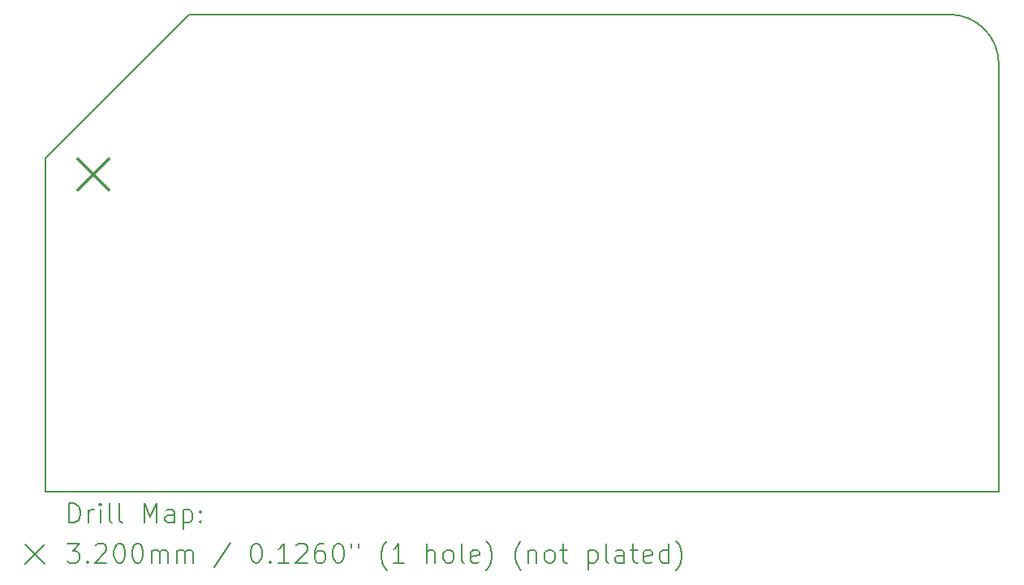
<source format=gbr>
%TF.GenerationSoftware,KiCad,Pcbnew,6.0.9-1.fc35*%
%TF.CreationDate,2023-07-09T18:22:09+01:00*%
%TF.ProjectId,max232_conv,6d617832-3332-45f6-936f-6e762e6b6963,0.1a*%
%TF.SameCoordinates,Original*%
%TF.FileFunction,Drillmap*%
%TF.FilePolarity,Positive*%
%FSLAX45Y45*%
G04 Gerber Fmt 4.5, Leading zero omitted, Abs format (unit mm)*
G04 Created by KiCad (PCBNEW 6.0.9-1.fc35) date 2023-07-09 18:22:09*
%MOMM*%
%LPD*%
G01*
G04 APERTURE LIST*
%ADD10C,0.150000*%
%ADD11C,0.200000*%
%ADD12C,0.320000*%
G04 APERTURE END LIST*
D10*
X24781840Y-10350500D02*
X24821840Y-10352000D01*
X15389860Y-11851640D02*
X15389860Y-15336520D01*
X25300000Y-15336520D02*
X25340000Y-15336616D01*
X25339840Y-10861980D02*
X25340000Y-15330000D01*
X15389860Y-15336520D02*
X25300000Y-15336520D01*
X25339840Y-10870000D02*
G75*
G03*
X24821840Y-10352000I-518000J0D01*
G01*
X16891000Y-10350500D02*
X15389860Y-11851640D01*
X24781840Y-10350500D02*
X16891000Y-10350500D01*
D11*
D12*
X15732780Y-11864360D02*
X16052780Y-12184360D01*
X16052780Y-11864360D02*
X15732780Y-12184360D01*
D11*
X15639979Y-15654592D02*
X15639979Y-15454592D01*
X15687598Y-15454592D01*
X15716169Y-15464116D01*
X15735217Y-15483164D01*
X15744741Y-15502211D01*
X15754265Y-15540307D01*
X15754265Y-15568878D01*
X15744741Y-15606973D01*
X15735217Y-15626021D01*
X15716169Y-15645068D01*
X15687598Y-15654592D01*
X15639979Y-15654592D01*
X15839979Y-15654592D02*
X15839979Y-15521259D01*
X15839979Y-15559354D02*
X15849503Y-15540307D01*
X15859027Y-15530783D01*
X15878074Y-15521259D01*
X15897122Y-15521259D01*
X15963788Y-15654592D02*
X15963788Y-15521259D01*
X15963788Y-15454592D02*
X15954265Y-15464116D01*
X15963788Y-15473640D01*
X15973312Y-15464116D01*
X15963788Y-15454592D01*
X15963788Y-15473640D01*
X16087598Y-15654592D02*
X16068550Y-15645068D01*
X16059027Y-15626021D01*
X16059027Y-15454592D01*
X16192360Y-15654592D02*
X16173312Y-15645068D01*
X16163788Y-15626021D01*
X16163788Y-15454592D01*
X16420931Y-15654592D02*
X16420931Y-15454592D01*
X16487598Y-15597449D01*
X16554265Y-15454592D01*
X16554265Y-15654592D01*
X16735217Y-15654592D02*
X16735217Y-15549830D01*
X16725693Y-15530783D01*
X16706646Y-15521259D01*
X16668550Y-15521259D01*
X16649503Y-15530783D01*
X16735217Y-15645068D02*
X16716169Y-15654592D01*
X16668550Y-15654592D01*
X16649503Y-15645068D01*
X16639979Y-15626021D01*
X16639979Y-15606973D01*
X16649503Y-15587926D01*
X16668550Y-15578402D01*
X16716169Y-15578402D01*
X16735217Y-15568878D01*
X16830455Y-15521259D02*
X16830455Y-15721259D01*
X16830455Y-15530783D02*
X16849503Y-15521259D01*
X16887598Y-15521259D01*
X16906646Y-15530783D01*
X16916170Y-15540307D01*
X16925693Y-15559354D01*
X16925693Y-15616497D01*
X16916170Y-15635545D01*
X16906646Y-15645068D01*
X16887598Y-15654592D01*
X16849503Y-15654592D01*
X16830455Y-15645068D01*
X17011408Y-15635545D02*
X17020931Y-15645068D01*
X17011408Y-15654592D01*
X17001884Y-15645068D01*
X17011408Y-15635545D01*
X17011408Y-15654592D01*
X17011408Y-15530783D02*
X17020931Y-15540307D01*
X17011408Y-15549830D01*
X17001884Y-15540307D01*
X17011408Y-15530783D01*
X17011408Y-15549830D01*
X15182360Y-15884116D02*
X15382360Y-16084116D01*
X15382360Y-15884116D02*
X15182360Y-16084116D01*
X15620931Y-15874592D02*
X15744741Y-15874592D01*
X15678074Y-15950783D01*
X15706646Y-15950783D01*
X15725693Y-15960307D01*
X15735217Y-15969830D01*
X15744741Y-15988878D01*
X15744741Y-16036497D01*
X15735217Y-16055545D01*
X15725693Y-16065068D01*
X15706646Y-16074592D01*
X15649503Y-16074592D01*
X15630455Y-16065068D01*
X15620931Y-16055545D01*
X15830455Y-16055545D02*
X15839979Y-16065068D01*
X15830455Y-16074592D01*
X15820931Y-16065068D01*
X15830455Y-16055545D01*
X15830455Y-16074592D01*
X15916169Y-15893640D02*
X15925693Y-15884116D01*
X15944741Y-15874592D01*
X15992360Y-15874592D01*
X16011408Y-15884116D01*
X16020931Y-15893640D01*
X16030455Y-15912688D01*
X16030455Y-15931735D01*
X16020931Y-15960307D01*
X15906646Y-16074592D01*
X16030455Y-16074592D01*
X16154265Y-15874592D02*
X16173312Y-15874592D01*
X16192360Y-15884116D01*
X16201884Y-15893640D01*
X16211408Y-15912688D01*
X16220931Y-15950783D01*
X16220931Y-15998402D01*
X16211408Y-16036497D01*
X16201884Y-16055545D01*
X16192360Y-16065068D01*
X16173312Y-16074592D01*
X16154265Y-16074592D01*
X16135217Y-16065068D01*
X16125693Y-16055545D01*
X16116169Y-16036497D01*
X16106646Y-15998402D01*
X16106646Y-15950783D01*
X16116169Y-15912688D01*
X16125693Y-15893640D01*
X16135217Y-15884116D01*
X16154265Y-15874592D01*
X16344741Y-15874592D02*
X16363788Y-15874592D01*
X16382836Y-15884116D01*
X16392360Y-15893640D01*
X16401884Y-15912688D01*
X16411408Y-15950783D01*
X16411408Y-15998402D01*
X16401884Y-16036497D01*
X16392360Y-16055545D01*
X16382836Y-16065068D01*
X16363788Y-16074592D01*
X16344741Y-16074592D01*
X16325693Y-16065068D01*
X16316169Y-16055545D01*
X16306646Y-16036497D01*
X16297122Y-15998402D01*
X16297122Y-15950783D01*
X16306646Y-15912688D01*
X16316169Y-15893640D01*
X16325693Y-15884116D01*
X16344741Y-15874592D01*
X16497122Y-16074592D02*
X16497122Y-15941259D01*
X16497122Y-15960307D02*
X16506646Y-15950783D01*
X16525693Y-15941259D01*
X16554265Y-15941259D01*
X16573312Y-15950783D01*
X16582836Y-15969830D01*
X16582836Y-16074592D01*
X16582836Y-15969830D02*
X16592360Y-15950783D01*
X16611408Y-15941259D01*
X16639979Y-15941259D01*
X16659027Y-15950783D01*
X16668550Y-15969830D01*
X16668550Y-16074592D01*
X16763788Y-16074592D02*
X16763788Y-15941259D01*
X16763788Y-15960307D02*
X16773312Y-15950783D01*
X16792360Y-15941259D01*
X16820931Y-15941259D01*
X16839979Y-15950783D01*
X16849503Y-15969830D01*
X16849503Y-16074592D01*
X16849503Y-15969830D02*
X16859027Y-15950783D01*
X16878074Y-15941259D01*
X16906646Y-15941259D01*
X16925693Y-15950783D01*
X16935217Y-15969830D01*
X16935217Y-16074592D01*
X17325693Y-15865068D02*
X17154265Y-16122211D01*
X17582836Y-15874592D02*
X17601884Y-15874592D01*
X17620931Y-15884116D01*
X17630455Y-15893640D01*
X17639979Y-15912688D01*
X17649503Y-15950783D01*
X17649503Y-15998402D01*
X17639979Y-16036497D01*
X17630455Y-16055545D01*
X17620931Y-16065068D01*
X17601884Y-16074592D01*
X17582836Y-16074592D01*
X17563789Y-16065068D01*
X17554265Y-16055545D01*
X17544741Y-16036497D01*
X17535217Y-15998402D01*
X17535217Y-15950783D01*
X17544741Y-15912688D01*
X17554265Y-15893640D01*
X17563789Y-15884116D01*
X17582836Y-15874592D01*
X17735217Y-16055545D02*
X17744741Y-16065068D01*
X17735217Y-16074592D01*
X17725693Y-16065068D01*
X17735217Y-16055545D01*
X17735217Y-16074592D01*
X17935217Y-16074592D02*
X17820931Y-16074592D01*
X17878074Y-16074592D02*
X17878074Y-15874592D01*
X17859027Y-15903164D01*
X17839979Y-15922211D01*
X17820931Y-15931735D01*
X18011408Y-15893640D02*
X18020931Y-15884116D01*
X18039979Y-15874592D01*
X18087598Y-15874592D01*
X18106646Y-15884116D01*
X18116170Y-15893640D01*
X18125693Y-15912688D01*
X18125693Y-15931735D01*
X18116170Y-15960307D01*
X18001884Y-16074592D01*
X18125693Y-16074592D01*
X18297122Y-15874592D02*
X18259027Y-15874592D01*
X18239979Y-15884116D01*
X18230455Y-15893640D01*
X18211408Y-15922211D01*
X18201884Y-15960307D01*
X18201884Y-16036497D01*
X18211408Y-16055545D01*
X18220931Y-16065068D01*
X18239979Y-16074592D01*
X18278074Y-16074592D01*
X18297122Y-16065068D01*
X18306646Y-16055545D01*
X18316170Y-16036497D01*
X18316170Y-15988878D01*
X18306646Y-15969830D01*
X18297122Y-15960307D01*
X18278074Y-15950783D01*
X18239979Y-15950783D01*
X18220931Y-15960307D01*
X18211408Y-15969830D01*
X18201884Y-15988878D01*
X18439979Y-15874592D02*
X18459027Y-15874592D01*
X18478074Y-15884116D01*
X18487598Y-15893640D01*
X18497122Y-15912688D01*
X18506646Y-15950783D01*
X18506646Y-15998402D01*
X18497122Y-16036497D01*
X18487598Y-16055545D01*
X18478074Y-16065068D01*
X18459027Y-16074592D01*
X18439979Y-16074592D01*
X18420931Y-16065068D01*
X18411408Y-16055545D01*
X18401884Y-16036497D01*
X18392360Y-15998402D01*
X18392360Y-15950783D01*
X18401884Y-15912688D01*
X18411408Y-15893640D01*
X18420931Y-15884116D01*
X18439979Y-15874592D01*
X18582836Y-15874592D02*
X18582836Y-15912688D01*
X18659027Y-15874592D02*
X18659027Y-15912688D01*
X18954265Y-16150783D02*
X18944741Y-16141259D01*
X18925693Y-16112688D01*
X18916170Y-16093640D01*
X18906646Y-16065068D01*
X18897122Y-16017449D01*
X18897122Y-15979354D01*
X18906646Y-15931735D01*
X18916170Y-15903164D01*
X18925693Y-15884116D01*
X18944741Y-15855545D01*
X18954265Y-15846021D01*
X19135217Y-16074592D02*
X19020931Y-16074592D01*
X19078074Y-16074592D02*
X19078074Y-15874592D01*
X19059027Y-15903164D01*
X19039979Y-15922211D01*
X19020931Y-15931735D01*
X19373312Y-16074592D02*
X19373312Y-15874592D01*
X19459027Y-16074592D02*
X19459027Y-15969830D01*
X19449503Y-15950783D01*
X19430455Y-15941259D01*
X19401884Y-15941259D01*
X19382836Y-15950783D01*
X19373312Y-15960307D01*
X19582836Y-16074592D02*
X19563789Y-16065068D01*
X19554265Y-16055545D01*
X19544741Y-16036497D01*
X19544741Y-15979354D01*
X19554265Y-15960307D01*
X19563789Y-15950783D01*
X19582836Y-15941259D01*
X19611408Y-15941259D01*
X19630455Y-15950783D01*
X19639979Y-15960307D01*
X19649503Y-15979354D01*
X19649503Y-16036497D01*
X19639979Y-16055545D01*
X19630455Y-16065068D01*
X19611408Y-16074592D01*
X19582836Y-16074592D01*
X19763789Y-16074592D02*
X19744741Y-16065068D01*
X19735217Y-16046021D01*
X19735217Y-15874592D01*
X19916170Y-16065068D02*
X19897122Y-16074592D01*
X19859027Y-16074592D01*
X19839979Y-16065068D01*
X19830455Y-16046021D01*
X19830455Y-15969830D01*
X19839979Y-15950783D01*
X19859027Y-15941259D01*
X19897122Y-15941259D01*
X19916170Y-15950783D01*
X19925693Y-15969830D01*
X19925693Y-15988878D01*
X19830455Y-16007926D01*
X19992360Y-16150783D02*
X20001884Y-16141259D01*
X20020931Y-16112688D01*
X20030455Y-16093640D01*
X20039979Y-16065068D01*
X20049503Y-16017449D01*
X20049503Y-15979354D01*
X20039979Y-15931735D01*
X20030455Y-15903164D01*
X20020931Y-15884116D01*
X20001884Y-15855545D01*
X19992360Y-15846021D01*
X20354265Y-16150783D02*
X20344741Y-16141259D01*
X20325693Y-16112688D01*
X20316170Y-16093640D01*
X20306646Y-16065068D01*
X20297122Y-16017449D01*
X20297122Y-15979354D01*
X20306646Y-15931735D01*
X20316170Y-15903164D01*
X20325693Y-15884116D01*
X20344741Y-15855545D01*
X20354265Y-15846021D01*
X20430455Y-15941259D02*
X20430455Y-16074592D01*
X20430455Y-15960307D02*
X20439979Y-15950783D01*
X20459027Y-15941259D01*
X20487598Y-15941259D01*
X20506646Y-15950783D01*
X20516170Y-15969830D01*
X20516170Y-16074592D01*
X20639979Y-16074592D02*
X20620931Y-16065068D01*
X20611408Y-16055545D01*
X20601884Y-16036497D01*
X20601884Y-15979354D01*
X20611408Y-15960307D01*
X20620931Y-15950783D01*
X20639979Y-15941259D01*
X20668550Y-15941259D01*
X20687598Y-15950783D01*
X20697122Y-15960307D01*
X20706646Y-15979354D01*
X20706646Y-16036497D01*
X20697122Y-16055545D01*
X20687598Y-16065068D01*
X20668550Y-16074592D01*
X20639979Y-16074592D01*
X20763789Y-15941259D02*
X20839979Y-15941259D01*
X20792360Y-15874592D02*
X20792360Y-16046021D01*
X20801884Y-16065068D01*
X20820931Y-16074592D01*
X20839979Y-16074592D01*
X21059027Y-15941259D02*
X21059027Y-16141259D01*
X21059027Y-15950783D02*
X21078074Y-15941259D01*
X21116170Y-15941259D01*
X21135217Y-15950783D01*
X21144741Y-15960307D01*
X21154265Y-15979354D01*
X21154265Y-16036497D01*
X21144741Y-16055545D01*
X21135217Y-16065068D01*
X21116170Y-16074592D01*
X21078074Y-16074592D01*
X21059027Y-16065068D01*
X21268550Y-16074592D02*
X21249503Y-16065068D01*
X21239979Y-16046021D01*
X21239979Y-15874592D01*
X21430455Y-16074592D02*
X21430455Y-15969830D01*
X21420931Y-15950783D01*
X21401884Y-15941259D01*
X21363789Y-15941259D01*
X21344741Y-15950783D01*
X21430455Y-16065068D02*
X21411408Y-16074592D01*
X21363789Y-16074592D01*
X21344741Y-16065068D01*
X21335217Y-16046021D01*
X21335217Y-16026973D01*
X21344741Y-16007926D01*
X21363789Y-15998402D01*
X21411408Y-15998402D01*
X21430455Y-15988878D01*
X21497122Y-15941259D02*
X21573312Y-15941259D01*
X21525693Y-15874592D02*
X21525693Y-16046021D01*
X21535217Y-16065068D01*
X21554265Y-16074592D01*
X21573312Y-16074592D01*
X21716170Y-16065068D02*
X21697122Y-16074592D01*
X21659027Y-16074592D01*
X21639979Y-16065068D01*
X21630455Y-16046021D01*
X21630455Y-15969830D01*
X21639979Y-15950783D01*
X21659027Y-15941259D01*
X21697122Y-15941259D01*
X21716170Y-15950783D01*
X21725693Y-15969830D01*
X21725693Y-15988878D01*
X21630455Y-16007926D01*
X21897122Y-16074592D02*
X21897122Y-15874592D01*
X21897122Y-16065068D02*
X21878074Y-16074592D01*
X21839979Y-16074592D01*
X21820931Y-16065068D01*
X21811408Y-16055545D01*
X21801884Y-16036497D01*
X21801884Y-15979354D01*
X21811408Y-15960307D01*
X21820931Y-15950783D01*
X21839979Y-15941259D01*
X21878074Y-15941259D01*
X21897122Y-15950783D01*
X21973312Y-16150783D02*
X21982836Y-16141259D01*
X22001884Y-16112688D01*
X22011408Y-16093640D01*
X22020931Y-16065068D01*
X22030455Y-16017449D01*
X22030455Y-15979354D01*
X22020931Y-15931735D01*
X22011408Y-15903164D01*
X22001884Y-15884116D01*
X21982836Y-15855545D01*
X21973312Y-15846021D01*
M02*

</source>
